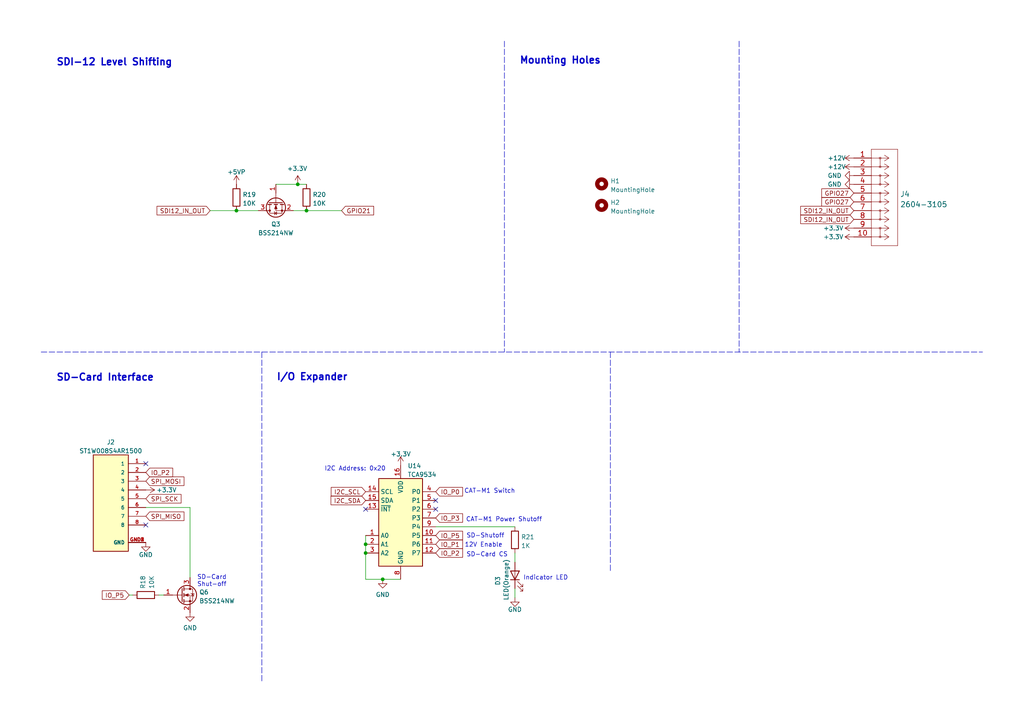
<source format=kicad_sch>
(kicad_sch (version 20211123) (generator eeschema)
  (paper "A4")
  (lib_symbols
    (symbol "2604-3105:2604-3105" (pin_names (offset 0.254) hide)
      (property "Reference" "J" (at -1.27 16.51 0))
      (property "Value" "2604-3105" (at 0 0 0))
      (symbol "2604-3105_1_1"
        (circle (center -2.54 -12.7) (radius 0.254) (stroke (width 0.127)))
        (circle (center -2.54 -10.16) (radius 0.254) (stroke (width 0.127)))
        (circle (center -2.54 -7.62) (radius 0.254) (stroke (width 0.127)))
        (circle (center -2.54 -5.08) (radius 0.254) (stroke (width 0.127)))
        (circle (center -2.54 -2.54) (radius 0.254) (stroke (width 0.127)))
        (circle (center -2.54 0) (radius 0.254) (stroke (width 0.127)))
        (circle (center -2.54 2.54) (radius 0.254) (stroke (width 0.127)))
        (circle (center -2.54 5.08) (radius 0.254) (stroke (width 0.127)))
        (circle (center -2.54 7.62) (radius 0.254) (stroke (width 0.127)))
        (circle (center -2.54 10.16) (radius 0.254) (stroke (width 0.127)))
        (arc (start -2.286 -12.7) (mid -2.794 -12.7) (end -2.286 -12.7) (stroke (width 0.127)))
        (arc (start -2.286 -10.16) (mid -2.794 -10.16) (end -2.286 -10.16) (stroke (width 0.127)))
        (arc (start -2.286 -7.62) (mid -2.794 -7.62) (end -2.286 -7.62) (stroke (width 0.127)))
        (arc (start -2.286 -5.08) (mid -2.794 -5.08) (end -2.286 -5.08) (stroke (width 0.127)))
        (arc (start -2.286 -2.54) (mid -2.794 -2.54) (end -2.286 -2.54) (stroke (width 0.127)))
        (arc (start -2.286 0) (mid -2.794 0) (end -2.286 0) (stroke (width 0.127)))
        (arc (start -2.286 2.54) (mid -2.794 2.54) (end -2.286 2.54) (stroke (width 0.127)))
        (arc (start -2.286 5.08) (mid -2.794 5.08) (end -2.286 5.08) (stroke (width 0.127)))
        (arc (start -2.286 7.62) (mid -2.794 7.62) (end -2.286 7.62) (stroke (width 0.127)))
        (arc (start -2.286 10.16) (mid -2.794 10.16) (end -2.286 10.16) (stroke (width 0.127)))
        (polyline (pts (xy -5.08 -15.24) (xy 2.54 -15.24)) (stroke (width 0.127)))
        (polyline (pts (xy -5.08 12.7) (xy -5.08 -15.24)) (stroke (width 0.127)))
        (polyline (pts (xy -2.54 -10.414) (xy -2.54 -12.446)) (stroke (width 0.127)))
        (polyline (pts (xy -2.54 -5.334) (xy -2.54 -7.366)) (stroke (width 0.127)))
        (polyline (pts (xy -2.54 -0.254) (xy -2.54 -2.286)) (stroke (width 0.127)))
        (polyline (pts (xy -2.54 4.826) (xy -2.54 2.794)) (stroke (width 0.127)))
        (polyline (pts (xy -2.54 9.906) (xy -2.54 7.874)) (stroke (width 0.127)))
        (polyline (pts (xy 0 -12.7) (xy -5.08 -12.7)) (stroke (width 0.127)))
        (polyline (pts (xy 0 -12.7) (xy -1.27 -13.5382)) (stroke (width 0.127)))
        (polyline (pts (xy 0 -12.7) (xy -1.27 -11.8618)) (stroke (width 0.127)))
        (polyline (pts (xy 0 -10.16) (xy -5.08 -10.16)) (stroke (width 0.127)))
        (polyline (pts (xy 0 -10.16) (xy -1.27 -10.9982)) (stroke (width 0.127)))
        (polyline (pts (xy 0 -10.16) (xy -1.27 -9.3218)) (stroke (width 0.127)))
        (polyline (pts (xy 0 -7.62) (xy -5.08 -7.62)) (stroke (width 0.127)))
        (polyline (pts (xy 0 -7.62) (xy -1.27 -8.4582)) (stroke (width 0.127)))
        (polyline (pts (xy 0 -7.62) (xy -1.27 -6.7818)) (stroke (width 0.127)))
        (polyline (pts (xy 0 -5.08) (xy -5.08 -5.08)) (stroke (width 0.127)))
        (polyline (pts (xy 0 -5.08) (xy -1.27 -5.9182)) (stroke (width 0.127)))
        (polyline (pts (xy 0 -5.08) (xy -1.27 -4.2418)) (stroke (width 0.127)))
        (polyline (pts (xy 0 -2.54) (xy -5.08 -2.54)) (stroke (width 0.127)))
        (polyline (pts (xy 0 -2.54) (xy -1.27 -3.3782)) (stroke (width 0.127)))
        (polyline (pts (xy 0 -2.54) (xy -1.27 -1.7018)) (stroke (width 0.127)))
        (polyline (pts (xy 0 0) (xy -5.08 0)) (stroke (width 0.127)))
        (polyline (pts (xy 0 0) (xy -1.27 -0.8382)) (stroke (width 0.127)))
        (polyline (pts (xy 0 0) (xy -1.27 0.8382)) (stroke (width 0.127)))
        (polyline (pts (xy 0 2.54) (xy -5.08 2.54)) (stroke (width 0.127)))
        (polyline (pts (xy 0 2.54) (xy -1.27 1.7018)) (stroke (width 0.127)))
        (polyline (pts (xy 0 2.54) (xy -1.27 3.3782)) (stroke (width 0.127)))
        (polyline (pts (xy 0 5.08) (xy -5.08 5.08)) (stroke (width 0.127)))
        (polyline (pts (xy 0 5.08) (xy -1.27 4.2418)) (stroke (width 0.127)))
        (polyline (pts (xy 0 5.08) (xy -1.27 5.9182)) (stroke (width 0.127)))
        (polyline (pts (xy 0 7.62) (xy -5.08 7.62)) (stroke (width 0.127)))
        (polyline (pts (xy 0 7.62) (xy -1.27 6.7818)) (stroke (width 0.127)))
        (polyline (pts (xy 0 7.62) (xy -1.27 8.4582)) (stroke (width 0.127)))
        (polyline (pts (xy 0 10.16) (xy -5.08 10.16)) (stroke (width 0.127)))
        (polyline (pts (xy 0 10.16) (xy -1.27 9.3218)) (stroke (width 0.127)))
        (polyline (pts (xy 0 10.16) (xy -1.27 10.9982)) (stroke (width 0.127)))
        (polyline (pts (xy 2.54 -15.24) (xy 2.54 12.7)) (stroke (width 0.127)))
        (polyline (pts (xy 2.54 12.7) (xy -5.08 12.7)) (stroke (width 0.127)))
        (pin unspecified line (at -10.16 10.16 0) (length 5.08) (name "1") (number "1"))
        (pin unspecified line (at -10.16 -12.7 0) (length 5.08) (name "10") (number "10"))
        (pin unspecified line (at -10.16 7.62 0) (length 5.08) (name "2") (number "2"))
        (pin unspecified line (at -10.16 5.08 0) (length 5.08) (name "3") (number "3"))
        (pin unspecified line (at -10.16 2.54 0) (length 5.08) (name "4") (number "4"))
        (pin unspecified line (at -10.16 0 0) (length 5.08) (name "5") (number "5"))
        (pin unspecified line (at -10.16 -2.54 0) (length 5.08) (name "6") (number "6"))
        (pin unspecified line (at -10.16 -5.08 0) (length 5.08) (name "7") (number "7"))
        (pin unspecified line (at -10.16 -7.62 0) (length 5.08) (name "8") (number "8"))
        (pin unspecified line (at -10.16 -10.16 0) (length 5.08) (name "9") (number "9"))
      )
    )
    (symbol "Device:LED" (pin_numbers hide) (pin_names (offset 1.016) hide)
      (property "Reference" "D" (at 0 2.54 0))
      (property "Value" "LED" (at 0 -2.54 0))
      (symbol "LED_0_1"
        (polyline (pts (xy -1.27 -1.27) (xy -1.27 1.27)) (stroke (width 0.254)))
        (polyline (pts (xy -1.27 0) (xy 1.27 0)))
        (polyline (pts (xy 1.27 -1.27) (xy 1.27 1.27) (xy -1.27 0) (xy 1.27 -1.27)) (stroke (width 0.254)))
        (polyline (pts (xy -3.048 -0.762) (xy -4.572 -2.286) (xy -3.81 -2.286) (xy -4.572 -2.286) (xy -4.572 -1.524)))
        (polyline (pts (xy -1.778 -0.762) (xy -3.302 -2.286) (xy -2.54 -2.286) (xy -3.302 -2.286) (xy -3.302 -1.524)))
      )
      (symbol "LED_1_1"
        (pin passive line (at -3.81 0 0) (length 2.54) (name "K") (number "1"))
        (pin passive line (at 3.81 0 180) (length 2.54) (name "A") (number "2"))
      )
    )
    (symbol "Device:R" (pin_numbers hide) (pin_names (offset 0))
      (property "Reference" "R" (at 2.032 0 90))
      (property "Value" "R" (at 0 0 90))
      (symbol "R_0_1"
        (rectangle (start -1.016 -2.54) (end 1.016 2.54) (stroke (width 0.254)))
      )
      (symbol "R_1_1"
        (pin passive line (at 0 3.81 270) (length 1.27) (name "~") (number "1"))
        (pin passive line (at 0 -3.81 90) (length 1.27) (name "~") (number "2"))
      )
    )
    (symbol "Interface_Expansion:TCA9534"
      (property "Reference" "U" (at -6.35 12.7 0))
      (property "Value" "TCA9534" (at 2.54 12.7 0))
      (symbol "TCA9534_0_1"
        (rectangle (start -6.35 -13.97) (end 6.35 11.43) (stroke (width 0.254)) (fill (type background)))
      )
      (symbol "TCA9534_1_1"
        (pin input line (at -10.16 -5.08 0) (length 3.81) (name "A0") (number "1"))
        (pin bidirectional line (at 10.16 -5.08 180) (length 3.81) (name "P5") (number "10"))
        (pin bidirectional line (at 10.16 -7.62 180) (length 3.81) (name "P6") (number "11"))
        (pin bidirectional line (at 10.16 -10.16 180) (length 3.81) (name "P7") (number "12"))
        (pin open_collector line (at -10.16 2.54 0) (length 3.81) (name "~{INT}") (number "13"))
        (pin input line (at -10.16 7.62 0) (length 3.81) (name "SCL") (number "14"))
        (pin bidirectional line (at -10.16 5.08 0) (length 3.81) (name "SDA") (number "15"))
        (pin power_in line (at 0 15.24 270) (length 3.81) (name "VDD") (number "16"))
        (pin input line (at -10.16 -7.62 0) (length 3.81) (name "A1") (number "2"))
        (pin input line (at -10.16 -10.16 0) (length 3.81) (name "A2") (number "3"))
        (pin bidirectional line (at 10.16 7.62 180) (length 3.81) (name "P0") (number "4"))
        (pin bidirectional line (at 10.16 5.08 180) (length 3.81) (name "P1") (number "5"))
        (pin bidirectional line (at 10.16 2.54 180) (length 3.81) (name "P2") (number "6"))
        (pin bidirectional line (at 10.16 0 180) (length 3.81) (name "P3") (number "7"))
        (pin power_in line (at 0 -17.78 90) (length 3.81) (name "GND") (number "8"))
        (pin bidirectional line (at 10.16 -2.54 180) (length 3.81) (name "P4") (number "9"))
      )
    )
    (symbol "Mechanical:MountingHole" (pin_names (offset 1.016))
      (property "Reference" "H" (at 0 5.08 0))
      (property "Value" "MountingHole" (at 0 3.175 0))
      (symbol "MountingHole_0_1"
        (circle (center 0 0) (radius 1.27) (stroke (width 1.27)))
      )
    )
    (symbol "ST1W008S4AR1500:ST1W008S4AR1500" (pin_names (offset 1.016))
      (property "Reference" "J" (at -5.08 13.462 0))
      (property "Value" "ST1W008S4AR1500" (at -5.08 -17.78 0))
      (symbol "ST1W008S4AR1500_0_0"
        (rectangle (start -5.08 -15.24) (end 5.08 12.7) (stroke (width 0.254)) (fill (type background)))
        (pin passive line (at -10.16 10.16 0) (length 5.08) (name "1") (number "1"))
        (pin passive line (at -10.16 7.62 0) (length 5.08) (name "2") (number "2"))
        (pin passive line (at -10.16 5.08 0) (length 5.08) (name "3") (number "3"))
        (pin passive line (at -10.16 2.54 0) (length 5.08) (name "4") (number "4"))
        (pin passive line (at -10.16 0 0) (length 5.08) (name "5") (number "5"))
        (pin passive line (at -10.16 -2.54 0) (length 5.08) (name "6") (number "6"))
        (pin passive line (at -10.16 -5.08 0) (length 5.08) (name "7") (number "7"))
        (pin passive line (at -10.16 -7.62 0) (length 5.08) (name "8") (number "8"))
        (pin power_in line (at -10.16 -12.7 0) (length 5.08) (name "GND") (number "GND1"))
        (pin power_in line (at -10.16 -12.7 0) (length 5.08) (name "GND") (number "GND2"))
        (pin power_in line (at -10.16 -12.7 0) (length 5.08) (name "GND") (number "GND3"))
        (pin power_in line (at -10.16 -12.7 0) (length 5.08) (name "GND") (number "GND4"))
      )
    )
    (symbol "Transistor_FET:BSS214NW" (pin_names hide)
      (property "Reference" "Q" (at 5.08 1.905 0))
      (property "Value" "BSS214NW" (at 5.08 0 0))
      (symbol "BSS214NW_0_1"
        (polyline (pts (xy 0.254 0) (xy -2.54 0)))
        (polyline (pts (xy 0.254 1.905) (xy 0.254 -1.905)) (stroke (width 0.254)))
        (polyline (pts (xy 0.762 -1.27) (xy 0.762 -2.286)) (stroke (width 0.254)))
        (polyline (pts (xy 0.762 0.508) (xy 0.762 -0.508)) (stroke (width 0.254)))
        (polyline (pts (xy 0.762 2.286) (xy 0.762 1.27)) (stroke (width 0.254)))
        (polyline (pts (xy 2.54 2.54) (xy 2.54 1.778)))
        (polyline (pts (xy 2.54 -2.54) (xy 2.54 0) (xy 0.762 0)))
        (polyline (pts (xy 0.762 -1.778) (xy 3.302 -1.778) (xy 3.302 1.778) (xy 0.762 1.778)))
        (polyline (pts (xy 1.016 0) (xy 2.032 0.381) (xy 2.032 -0.381) (xy 1.016 0)) (fill (type outline)))
        (polyline (pts (xy 2.794 0.508) (xy 2.921 0.381) (xy 3.683 0.381) (xy 3.81 0.254)))
        (polyline (pts (xy 3.302 0.381) (xy 2.921 -0.254) (xy 3.683 -0.254) (xy 3.302 0.381)))
        (circle (center 1.651 0) (radius 2.794) (stroke (width 0.254)))
        (circle (center 2.54 -1.778) (radius 0.254) (fill (type outline)))
        (circle (center 2.54 1.778) (radius 0.254) (fill (type outline)))
      )
      (symbol "BSS214NW_1_1"
        (pin input line (at -5.08 0 0) (length 2.54) (name "G") (number "1"))
        (pin passive line (at 2.54 -5.08 90) (length 2.54) (name "S") (number "2"))
        (pin passive line (at 2.54 5.08 270) (length 2.54) (name "D") (number "3"))
      )
    )
    (symbol "power:+12V" (power) (pin_names (offset 0))
      (property "Value" "+12V" (at 0 3.556 0))
      (symbol "+12V_0_1"
        (polyline (pts (xy -0.762 1.27) (xy 0 2.54)))
        (polyline (pts (xy 0 0) (xy 0 2.54)))
        (polyline (pts (xy 0 2.54) (xy 0.762 1.27)))
      )
      (symbol "+12V_1_1"
        (pin power_in line (at 0 0 90) (length 0) hide (name "+12V") (number "1"))
      )
    )
    (symbol "power:+3.3V" (power) (pin_names (offset 0))
      (property "Value" "+3.3V" (at 0 3.556 0))
      (symbol "+3.3V_0_1"
        (polyline (pts (xy -0.762 1.27) (xy 0 2.54)))
        (polyline (pts (xy 0 0) (xy 0 2.54)))
        (polyline (pts (xy 0 2.54) (xy 0.762 1.27)))
      )
      (symbol "+3.3V_1_1"
        (pin power_in line (at 0 0 90) (length 0) hide (name "+3.3V") (number "1"))
      )
    )
    (symbol "power:+5VP" (power) (pin_names (offset 0))
      (property "Value" "+5VP" (at 0 3.556 0))
      (symbol "+5VP_0_1"
        (polyline (pts (xy -0.762 1.27) (xy 0 2.54)))
        (polyline (pts (xy 0 0) (xy 0 2.54)))
        (polyline (pts (xy 0 2.54) (xy 0.762 1.27)))
      )
      (symbol "+5VP_1_1"
        (pin power_in line (at 0 0 90) (length 0) hide (name "+5VP") (number "1"))
      )
    )
    (symbol "power:GND" (power) (pin_names (offset 0))
      (property "Value" "GND" (at 0 -3.81 0))
      (symbol "GND_0_1"
        (polyline (pts (xy 0 0) (xy 0 -1.27) (xy 1.27 -1.27) (xy 0 -2.54) (xy -1.27 -1.27) (xy 0 -1.27)))
      )
      (symbol "GND_1_1"
        (pin power_in line (at 0 0 270) (length 0) hide (name "GND") (number "1"))
      )
    )
  )
  (junction (at 110.998 168.021))
  (junction (at 106.045 157.861))
  (junction (at 68.58 61.087))
  (junction (at 106.045 160.401))
  (junction (at 86.36 53.467))
  (junction (at 88.9 61.087))
  (no_connect (at 106.045 147.701))
  (no_connect (at 42.291 134.493))
  (no_connect (at 126.365 145.161))
  (no_connect (at 126.365 147.701))
  (no_connect (at 42.291 152.273))
  (wire (pts (xy 126.365 152.781) (xy 149.352 152.781)))
  (wire (pts (xy 110.998 168.021) (xy 116.205 168.021)))
  (polyline (pts (xy 11.938 102.108) (xy 284.988 102.108)))
  (wire (pts (xy 55.118 147.193) (xy 42.291 147.193)))
  (polyline (pts (xy 177.038 102.108) (xy 177.038 165.989)))
  (wire (pts (xy 68.58 61.087) (xy 74.93 61.087)))
  (wire (pts (xy 85.09 61.087) (xy 88.9 61.087)))
  (wire (pts (xy 106.045 155.321) (xy 106.045 157.861)))
  (wire (pts (xy 60.96 61.087) (xy 68.58 61.087)))
  (wire (pts (xy 55.118 167.513) (xy 55.118 147.193)))
  (wire (pts (xy 80.01 53.467) (xy 86.36 53.467)))
  (wire (pts (xy 88.9 61.087) (xy 99.06 61.087)))
  (wire (pts (xy 106.045 157.861) (xy 106.045 160.401)))
  (wire (pts (xy 37.465 172.593) (xy 38.481 172.593)))
  (wire (pts (xy 149.352 160.401) (xy 149.352 163.068)))
  (polyline (pts (xy 75.946 102.108) (xy 75.946 197.866)))
  (wire (pts (xy 106.045 168.021) (xy 110.998 168.021)))
  (wire (pts (xy 86.36 53.467) (xy 88.9 53.467)))
  (wire (pts (xy 106.045 160.401) (xy 106.045 168.021)))
  (wire (pts (xy 149.352 170.688) (xy 149.352 173.355)))
  (polyline (pts (xy 214.376 11.938) (xy 214.376 102.108)))
  (wire (pts (xy 46.101 172.593) (xy 47.498 172.593)))
  (polyline (pts (xy 146.304 11.938) (xy 146.304 102.108)))
  (text "Mounting Holes" (at 150.622 18.796 0) (effects (font (size 2 2) (thickness 0.4) bold) (justify left bottom)))
  (text "I2C Address: 0x20" (at 94.107 136.779 0) (effects (font (size 1.27 1.27)) (justify left bottom)))
  (text "CAT-M1 Switch" (at 134.62 143.256 0) (effects (font (size 1.27 1.27)) (justify left bottom)))
  (text "SD-Card CS" (at 135.255 161.671 0) (effects (font (size 1.27 1.27)) (justify left bottom)))
  (text "I/O Expander" (at 80.137 110.617 0) (effects (font (size 2 2) (thickness 0.4) bold) (justify left bottom)))
  (text "SD-Card\nShut-off" (at 57.15 170.307 0) (effects (font (size 1.27 1.27)) (justify left bottom)))
  (text "CAT-M1 Power Shutoff" (at 135.128 151.511 0) (effects (font (size 1.27 1.27)) (justify left bottom)))
  (text "SDI-12 Level Shifting" (at 16.256 19.304 0) (effects (font (size 2 2) (thickness 0.4) bold) (justify left bottom)))
  (text "SD-Card Interface" (at 16.256 110.744 0) (effects (font (size 2 2) (thickness 0.4) bold) (justify left bottom)))
  (text "Indicator LED" (at 151.765 168.402 0) (effects (font (size 1.27 1.27)) (justify left bottom)))
  (text "SD-Shutoff" (at 135.255 156.21 0) (effects (font (size 1.27 1.27)) (justify left bottom)))
  (text "12V Enable" (at 134.747 158.877 0) (effects (font (size 1.27 1.27)) (justify left bottom)))
  (global_label "IO_P2" (shape input) (at 126.365 160.401 0) (property "Intersheet References" "${INTERSHEET_REFS}" (effects hide)))
  (global_label "IO_P5" (shape input) (at 37.465 172.593 180) (property "Intersheet References" "${INTERSHEET_REFS}" (effects hide)))
  (global_label "SPI_MOSI" (shape input) (at 42.291 139.573 0) (property "Intersheet References" "${INTERSHEET_REFS}" (effects hide)))
  (global_label "IO_P2" (shape input) (at 42.291 137.033 0) (property "Intersheet References" "${INTERSHEET_REFS}" (effects hide)))
  (global_label "IO_P5" (shape input) (at 126.365 155.321 0) (property "Intersheet References" "${INTERSHEET_REFS}" (effects hide)))
  (global_label "I2C_SCL" (shape input) (at 106.045 142.621 180) (property "Intersheet References" "${INTERSHEET_REFS}" (effects hide)))
  (global_label "IO_P0" (shape input) (at 126.365 142.621 0) (property "Intersheet References" "${INTERSHEET_REFS}" (effects hide)))
  (global_label "GPIO27" (shape input) (at 247.65 56.007 180) (property "Intersheet References" "${INTERSHEET_REFS}" (effects hide)))
  (global_label "IO_P3" (shape input) (at 126.365 150.241 0) (property "Intersheet References" "${INTERSHEET_REFS}" (effects hide)))
  (global_label "I2C_SDA" (shape input) (at 106.045 145.161 180) (property "Intersheet References" "${INTERSHEET_REFS}" (effects hide)))
  (global_label "GPIO21" (shape input) (at 99.06 61.087 0) (property "Intersheet References" "${INTERSHEET_REFS}" (effects hide)))
  (global_label "SPI_SCK" (shape input) (at 42.291 144.653 0) (property "Intersheet References" "${INTERSHEET_REFS}" (effects hide)))
  (global_label "SDI12_IN_OUT" (shape input) (at 247.65 63.627 180) (property "Intersheet References" "${INTERSHEET_REFS}" (effects hide)))
  (global_label "SDI12_IN_OUT" (shape input) (at 60.96 61.087 180) (property "Intersheet References" "${INTERSHEET_REFS}" (effects hide)))
  (global_label "SDI12_IN_OUT" (shape input) (at 247.65 61.087 180) (property "Intersheet References" "${INTERSHEET_REFS}" (effects hide)))
  (global_label "GPIO27" (shape input) (at 247.65 58.547 180) (property "Intersheet References" "${INTERSHEET_REFS}" (effects hide)))
  (global_label "SPI_MISO" (shape input) (at 42.291 149.733 0) (property "Intersheet References" "${INTERSHEET_REFS}" (effects hide)))
  (global_label "IO_P1" (shape input) (at 126.365 157.861 0) (property "Intersheet References" "${INTERSHEET_REFS}" (effects hide)))
  (symbol (lib_id "Transistor_FET:BSS214NW") (at 80.01 58.547 90) (mirror x) (unit 1)
    (property "Reference" "Q3" (at 80.01 65.0224 90))
    (property "Value" "BSS214NW" (at 80.01 67.5593 90))
    (property "Footprint" "Package_TO_SOT_SMD:SOT-323_SC-70" (effects hide))
    (property "Datasheet" "https://www.infineon.com/dgdl/Infineon-BSS214NW-DS-v02_02-en.pdf?fileId=db3a30431b3e89eb011b695aebc01bde" (effects hide))
  )
  (symbol (lib_id "power:GND") (at 55.118 177.673 0) (unit 1)
    (property "Reference" "#PWR034" (effects hide))
    (property "Value" "GND" (at 55.118 182.1164 0))
  )
  (symbol (lib_id "power:GND") (at 110.998 168.021 0) (unit 1)
    (property "Reference" "#PWR0113" (effects hide))
    (property "Value" "GND" (at 110.998 172.4644 0))
  )
  (symbol (lib_id "power:+3.3V") (at 247.65 66.167 90) (unit 1)
    (property "Reference" "#PWR0120" (effects hide))
    (property "Value" "+3.3V" (at 238.76 66.167 90) (effects (justify right)))
  )
  (symbol (lib_id "power:GND") (at 42.291 157.353 0) (unit 1)
    (property "Reference" "#PWR033" (effects hide))
    (property "Value" "GND" (at 44.323 160.909 0) (effects (justify right)))
  )
  (symbol (lib_id "Interface_Expansion:TCA9534") (at 116.205 150.241 0) (unit 1)
    (property "Reference" "U14" (at 118.2244 135.1112 0) (effects (justify left)))
    (property "Value" "TCA9534" (at 118.2244 137.6481 0) (effects (justify left)))
    (property "Footprint" "Package_SO:TSSOP-16_4.4x5mm_P0.65mm" (effects hide))
    (property "Datasheet" "https://www.digikey.com.au/en/products/detail/texas-instruments/TCA9534PWR/5004966" (effects hide))
    (property "Part" "TCA9534PWR" (effects hide))
  )
  (symbol (lib_id "Transistor_FET:BSS214NW") (at 52.578 172.593 0) (unit 1)
    (property "Reference" "Q6" (at 57.785 171.7583 0) (effects (justify left)))
    (property "Value" "BSS214NW" (at 57.785 174.2952 0) (effects (justify left)))
    (property "Footprint" "Package_TO_SOT_SMD:SOT-323_SC-70" (effects hide))
    (property "Datasheet" "https://www.infineon.com/dgdl/Infineon-BSS214NW-DS-v02_02-en.pdf?fileId=db3a30431b3e89eb011b695aebc01bde" (effects hide))
  )
  (symbol (lib_id "power:+12V") (at 247.65 48.387 90) (unit 1)
    (property "Reference" "#PWR031" (effects hide))
    (property "Value" "+12V" (at 240.03 48.387 90) (effects (justify right)))
  )
  (symbol (lib_id "Device:R") (at 88.9 57.277 0) (unit 1)
    (property "Reference" "R20" (at 90.678 56.4423 0) (effects (justify left)))
    (property "Value" "10K" (at 90.678 58.9792 0) (effects (justify left)))
    (property "Footprint" "Resistor_SMD:R_0805_2012Metric" (effects hide))
    (property "Datasheet" "https://www.digikey.com.au/en/products/detail/yageo/RC0805FR-0710KP/4935334" (effects hide))
    (property "Part" "RC0805FR-0710KP" (effects hide))
  )
  (symbol (lib_id "power:GND") (at 247.65 50.927 270) (unit 1)
    (property "Reference" "#PWR0122" (effects hide))
    (property "Value" "GND" (at 240.03 50.927 90) (effects (justify left)))
  )
  (symbol (lib_id "power:+3.3V") (at 116.205 135.001 0) (unit 1)
    (property "Reference" "#PWR0114" (effects hide))
    (property "Value" "+3.3V" (at 113.284 131.699 0) (effects (justify left)))
  )
  (symbol (lib_id "ST1W008S4AR1500:ST1W008S4AR1500") (at 32.131 144.653 0) (mirror y) (unit 1)
    (property "Reference" "J2" (at 32.131 128.2532 0))
    (property "Value" "ST1W008S4AR1500" (at 32.131 130.7901 0))
    (property "Footprint" "ST1W008S4AR1500:JAE_ST1W008S4AR1500" (effects hide))
    (property "Datasheet" "https://www.digikey.com.au/en/products/detail/jae-electronics/ST1W008S4AR1500/3720055?s=N4IgTCBcDaIMoBUCMB1ADGgHHALAQQCUkBWDEAXQF8g" (effects hide))
    (property "MANUFACTURER" "JAE Electronics" (effects hide))
    (property "MAXIMUM_PACKAGE_HEIGHT" "2.0 mm" (effects hide))
    (property "PARTREV" "2" (effects hide))
    (property "STANDARD" "Manufacturer Recommendations" (effects hide))
    (property "Part" "ST1W008S4AR1500" (effects hide))
  )
  (symbol (lib_id "power:GND") (at 149.352 173.355 0) (unit 1)
    (property "Reference" "#PWR030" (effects hide))
    (property "Value" "GND" (at 151.384 176.784 0) (effects (justify right)))
  )
  (symbol (lib_id "power:GND") (at 247.65 53.467 270) (unit 1)
    (property "Reference" "#PWR0123" (effects hide))
    (property "Value" "GND" (at 240.03 53.467 90) (effects (justify left)))
  )
  (symbol (lib_id "Device:R") (at 68.58 57.277 0) (unit 1)
    (property "Reference" "R19" (at 70.358 56.4423 0) (effects (justify left)))
    (property "Value" "10K" (at 70.358 58.9792 0) (effects (justify left)))
    (property "Footprint" "Resistor_SMD:R_0805_2012Metric" (effects hide))
    (property "Datasheet" "https://www.digikey.com.au/en/products/detail/yageo/RC0805FR-0710KP/4935334" (effects hide))
    (property "Part" "RC0805FR-0710KP" (effects hide))
  )
  (symbol (lib_id "Device:R") (at 42.291 172.593 90) (unit 1)
    (property "Reference" "R18" (at 41.4563 170.815 0) (effects (justify left)))
    (property "Value" "10K" (at 43.9932 170.815 0) (effects (justify left)))
    (property "Footprint" "Resistor_SMD:R_0805_2012Metric" (effects hide))
    (property "Datasheet" "https://www.digikey.com.au/en/products/detail/yageo/RC0805FR-0710KP/4935334" (effects hide))
    (property "Part" "RC0805FR-0710KP" (effects hide))
  )
  (symbol (lib_id "2604-3105:2604-3105") (at 257.81 56.007 0) (unit 1)
    (property "Reference" "J4" (at 261.0485 56.3008 0) (effects (font (size 1.524 1.524)) (justify left)))
    (property "Value" "2604-3105" (at 261.0485 59.2942 0) (effects (font (size 1.524 1.524)) (justify left)))
    (property "Footprint" "2604-3105:2604-3105" (effects hide))
    (property "Datasheet" "https://www.digikey.com.au/en/products/detail/wago-corporation/2604-3105/15551087?s=N4IgTCBcDa4GwAYAsBaAzARgQVhAXQF8g" (effects hide))
    (property "Part" "2604-3105" (effects hide))
  )
  (symbol (lib_id "Mechanical:MountingHole") (at 174.498 53.34 0) (unit 1)
    (property "Reference" "H1" (at 177.038 52.5053 0) (effects (justify left)))
    (property "Value" "MountingHole" (at 177.038 55.0422 0) (effects (justify left)))
    (property "Footprint" "MountingHole:MountingHole_4.3x6.2mm_M4_Pad_Via" (effects hide))
  )
  (symbol (lib_id "Device:LED") (at 149.352 166.878 90) (unit 1)
    (property "Reference" "D3" (at 144.3822 168.4655 0))
    (property "Value" "LED(Orange)" (at 146.812 168.148 0))
    (property "Footprint" "LED_SMD:LED_0805_2012Metric" (effects hide))
    (property "Datasheet" "https://www.digikey.com.au/en/products/detail/osram-opto-ams-osram/LO-R976-PS-1/1227955" (effects hide))
    (property "Part" "LO R976-PS-1" (effects hide))
  )
  (symbol (lib_id "power:+5VP") (at 68.58 53.467 0) (unit 1)
    (property "Reference" "#PWR037" (effects hide))
    (property "Value" "+5VP" (at 68.58 49.8912 0))
  )
  (symbol (lib_id "Mechanical:MountingHole") (at 174.498 59.563 0) (unit 1)
    (property "Reference" "H2" (at 177.038 58.7283 0) (effects (justify left)))
    (property "Value" "MountingHole" (at 177.038 61.2652 0) (effects (justify left)))
    (property "Footprint" "MountingHole:MountingHole_4.3x6.2mm_M4_Pad_Via" (effects hide))
  )
  (symbol (lib_id "power:+3.3V") (at 42.291 142.113 270) (unit 1)
    (property "Reference" "#PWR032" (effects hide))
    (property "Value" "+3.3V" (at 45.339 142.113 90) (effects (justify left)))
  )
  (symbol (lib_id "power:+3.3V") (at 247.65 68.707 90) (unit 1)
    (property "Reference" "#PWR035" (effects hide))
    (property "Value" "+3.3V" (at 238.76 68.707 90) (effects (justify right)))
  )
  (symbol (lib_id "Device:R") (at 149.352 156.591 0) (unit 1)
    (property "Reference" "R21" (at 151.13 155.7563 0) (effects (justify left)))
    (property "Value" "1K" (at 151.13 158.2932 0) (effects (justify left)))
    (property "Footprint" "Resistor_SMD:R_0805_2012Metric" (effects hide))
  )
  (symbol (lib_id "power:+3.3V") (at 86.36 53.467 0) (unit 1)
    (property "Reference" "#PWR038" (effects hide))
    (property "Value" "+3.3V" (at 89.154 48.895 0) (effects (justify right)))
  )
  (symbol (lib_id "power:+12V") (at 247.65 45.847 90) (unit 1)
    (property "Reference" "#PWR0124" (effects hide))
    (property "Value" "+12V" (at 240.03 45.847 90) (effects (justify right)))
  )
)
</source>
